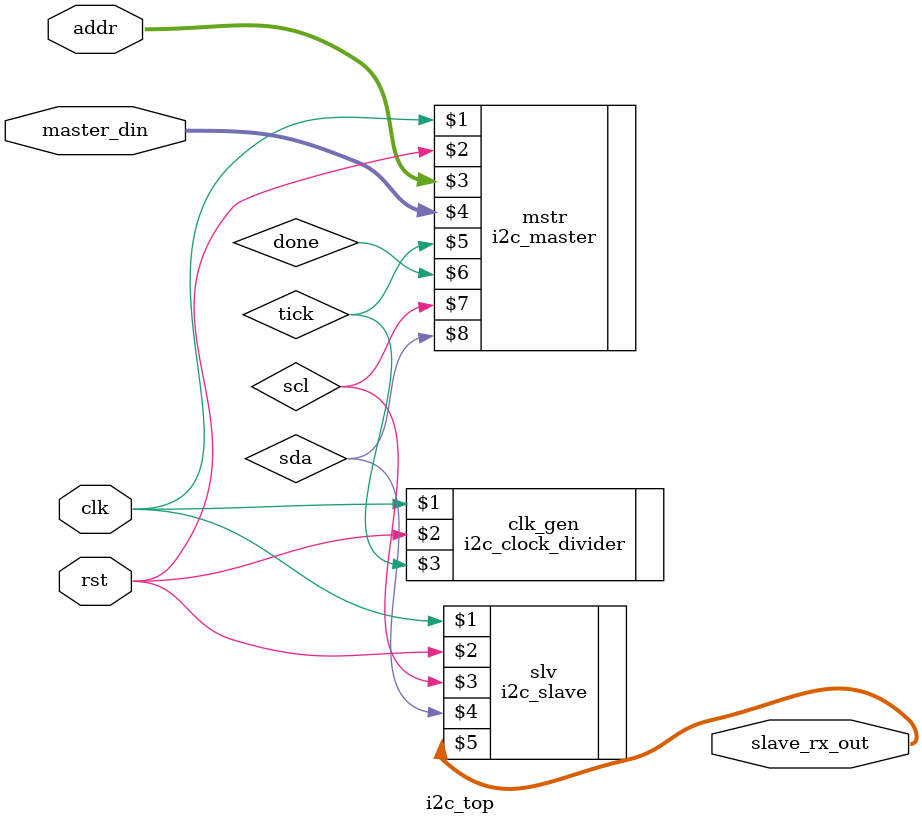
<source format=sv>
`include "Master.sv"
`include "Slave.sv"
`include "clock_divider.sv"
module i2c_top(
    input clk, rst, 
    input [6:0] addr,
    input [7:0] master_din,
    output [7:0] slave_rx_out
);
    wire scl, sda, tick;
  
    i2c_clock_divider clk_gen (clk, rst, tick);
    i2c_master mstr (clk, rst, addr, master_din, tick, done, scl, sda);
    i2c_slave #(7'h50) slv (clk, rst, scl, sda, slave_rx_out);
endmodule

</source>
